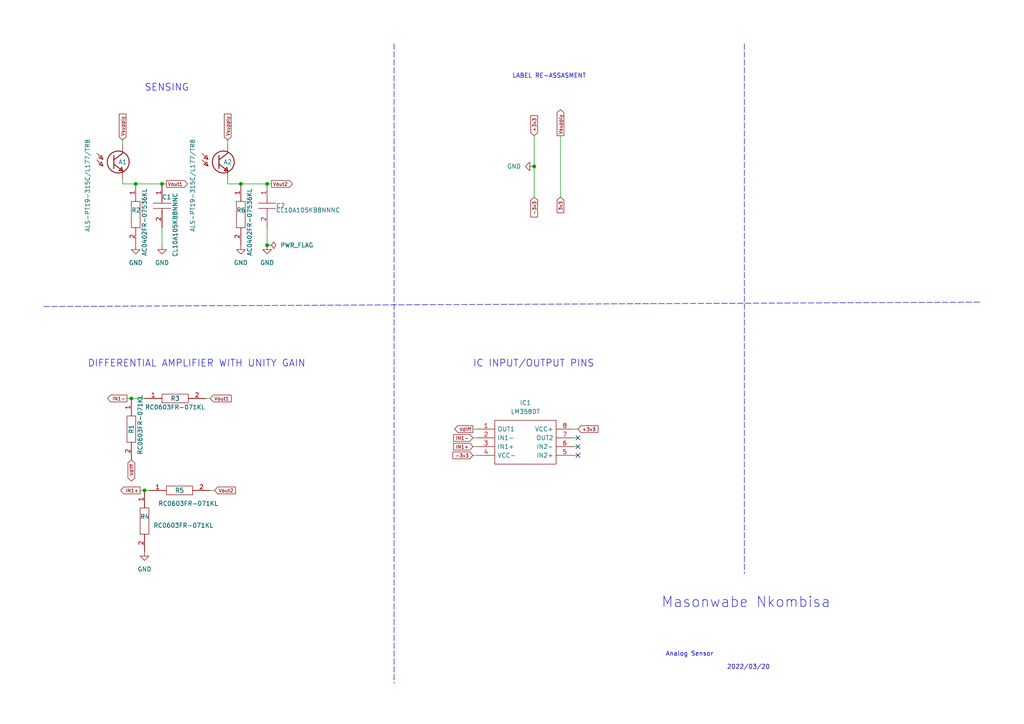
<source format=kicad_sch>
(kicad_sch (version 20211123) (generator eeschema)
  (paper "A4")
  (lib_symbols
    (symbol "ALS-PT19-315C_L177_TR8:ALS-PT19-315C{slash}L177{slash}TR8" (pin_numbers hide) (pin_names (offset 1.016) hide)
      (property "Reference" "A" (at -10.16 5.08 0))
      (property "Value" "ALS-PT19-315C{slash}L177{slash}TR8" (at -10.16 -7.62 0))
      (symbol "ALS-PT19-315C{slash}L177{slash}TR8_0_0"
        (polyline (pts (xy -4.953 0.635) (xy -3.175 -1.143)) (stroke (width 0.1524)))
        (polyline (pts (xy -4.953 2.54) (xy -3.175 0.762)) (stroke (width 0.1524)))
        (polyline (pts (xy -4.318 -0.762) (xy -3.556 0)) (stroke (width 0.1524)))
        (polyline (pts (xy -4.318 1.143) (xy -3.556 1.905)) (stroke (width 0.1524)))
        (polyline (pts (xy -3.556 0) (xy -3.175 -1.143)) (stroke (width 0.1524)))
        (polyline (pts (xy -3.556 1.905) (xy -3.175 0.762)) (stroke (width 0.1524)))
        (polyline (pts (xy -3.175 -1.143) (xy -4.318 -0.762)) (stroke (width 0.1524)))
        (polyline (pts (xy -3.175 0.762) (xy -4.318 1.143)) (stroke (width 0.1524)))
        (polyline (pts (xy 0 -0.635) (xy 0 -1.905)) (stroke (width 0.254)))
        (polyline (pts (xy 0 -0.635) (xy 2.54 -2.54)) (stroke (width 0.254)))
        (polyline (pts (xy 0 0.635) (xy 0 -0.635)) (stroke (width 0.254)))
        (polyline (pts (xy 0 0.635) (xy 2.54 2.54)) (stroke (width 0.254)))
        (polyline (pts (xy 0 1.905) (xy 0 0.635)) (stroke (width 0.254)))
        (polyline (pts (xy 2.286 -2.286) (xy 2.54 -2.54)) (stroke (width 0.1524)))
        (polyline (pts (xy -4.318 -0.762) (xy -3.175 -1.143) (xy -3.556 0) (xy -4.318 -0.762)) (stroke (width 0.1524)) (fill (type background)))
        (polyline (pts (xy -4.318 1.143) (xy -3.175 0.762) (xy -3.556 1.905) (xy -4.318 1.143)) (stroke (width 0.1524)) (fill (type background)))
        (polyline (pts (xy 2.54 -2.54) (xy 2.286 -1.524) (xy 1.524 -2.54) (xy 2.54 -2.54)) (stroke (width 0.254)) (fill (type background)))
        (circle (center 1.27 0) (radius 3.175) (stroke (width 0.254)))
        (pin passive line (at 2.54 5.08 270) (length 2.54) (name "~") (number "1"))
        (pin passive line (at 2.54 -5.08 90) (length 2.54) (name "~") (number "2"))
      )
    )
    (symbol "SamacSys_Parts:AC0402FR-07536KL" (pin_names (offset 0.762))
      (property "Reference" "R" (at 13.97 6.35 0))
      (property "Value" "AC0402FR-07536KL" (at 13.97 3.81 0))
      (symbol "AC0402FR-07536KL_0_0"
        (pin passive line (at 0 0 0) (length 5.08) (name "~") (number "1"))
        (pin passive line (at 17.78 0 180) (length 5.08) (name "~") (number "2"))
      )
      (symbol "AC0402FR-07536KL_0_1"
        (polyline (pts (xy 5.08 1.27) (xy 12.7 1.27) (xy 12.7 -1.27) (xy 5.08 -1.27) (xy 5.08 1.27)) (stroke (width 0.1524)))
      )
    )
    (symbol "SamacSys_Parts:CL10A105KB8NNNC" (pin_names (offset 0.762))
      (property "Reference" "C" (at 8.89 6.35 0))
      (property "Value" "CL10A105KB8NNNC" (at 8.89 3.81 0))
      (symbol "CL10A105KB8NNNC_0_0"
        (pin passive line (at 0 0 0) (length 5.08) (name "~") (number "1"))
        (pin passive line (at 12.7 0 180) (length 5.08) (name "~") (number "2"))
      )
      (symbol "CL10A105KB8NNNC_0_1"
        (polyline (pts (xy 5.08 0) (xy 5.588 0)) (stroke (width 0.1524)))
        (polyline (pts (xy 5.588 2.54) (xy 5.588 -2.54)) (stroke (width 0.1524)))
        (polyline (pts (xy 7.112 0) (xy 7.62 0)) (stroke (width 0.1524)))
        (polyline (pts (xy 7.112 2.54) (xy 7.112 -2.54)) (stroke (width 0.1524)))
      )
    )
    (symbol "SamacSys_Parts:LM358DT" (pin_names (offset 0.762))
      (property "Reference" "IC" (at 24.13 7.62 0))
      (property "Value" "LM358DT" (at 24.13 5.08 0))
      (symbol "LM358DT_0_0"
        (pin passive line (at 0 0 0) (length 5.08) (name "OUT1") (number "1"))
        (pin passive line (at 0 -2.54 0) (length 5.08) (name "IN1-") (number "2"))
        (pin passive line (at 0 -5.08 0) (length 5.08) (name "IN1+") (number "3"))
        (pin passive line (at 0 -7.62 0) (length 5.08) (name "VCC-") (number "4"))
        (pin passive line (at 27.94 -7.62 180) (length 5.08) (name "IN2+") (number "5"))
        (pin passive line (at 27.94 -5.08 180) (length 5.08) (name "IN2-") (number "6"))
        (pin passive line (at 27.94 -2.54 180) (length 5.08) (name "OUT2") (number "7"))
        (pin passive line (at 27.94 0 180) (length 5.08) (name "VCC+") (number "8"))
      )
      (symbol "LM358DT_0_1"
        (polyline (pts (xy 5.08 2.54) (xy 22.86 2.54) (xy 22.86 -10.16) (xy 5.08 -10.16) (xy 5.08 2.54)) (stroke (width 0.1524)))
      )
    )
    (symbol "SamacSys_Parts:RC0603FR-071KL" (pin_names (offset 0.762))
      (property "Reference" "R" (at 13.97 6.35 0))
      (property "Value" "RC0603FR-071KL" (at 13.97 3.81 0))
      (symbol "RC0603FR-071KL_0_0"
        (pin passive line (at 0 0 0) (length 5.08) (name "~") (number "1"))
        (pin passive line (at 17.78 0 180) (length 5.08) (name "~") (number "2"))
      )
      (symbol "RC0603FR-071KL_0_1"
        (polyline (pts (xy 5.08 1.27) (xy 12.7 1.27) (xy 12.7 -1.27) (xy 5.08 -1.27) (xy 5.08 1.27)) (stroke (width 0.1524)))
      )
    )
    (symbol "power:GND" (power) (pin_names (offset 0))
      (property "Value" "GND" (at 0 -3.81 0))
      (symbol "GND_0_1"
        (polyline (pts (xy 0 0) (xy 0 -1.27) (xy 1.27 -1.27) (xy 0 -2.54) (xy -1.27 -1.27) (xy 0 -1.27)))
      )
      (symbol "GND_1_1"
        (pin power_in line (at 0 0 270) (length 0) hide (name "GND") (number "1"))
      )
    )
    (symbol "power:PWR_FLAG" (power) (pin_numbers hide) (pin_names (offset 0) hide)
      (property "Value" "PWR_FLAG" (at 0 3.81 0))
      (symbol "PWR_FLAG_0_0"
        (pin power_out line (at 0 0 90) (length 0) (name "pwr") (number "1"))
      )
      (symbol "PWR_FLAG_0_1"
        (polyline (pts (xy 0 0) (xy 0 1.27) (xy -1.016 1.905) (xy 0 2.54) (xy 1.016 1.905) (xy 0 1.27)))
      )
    )
  )
  (junction (at 69.85 53.34))
  (junction (at 38.1 115.57))
  (junction (at 77.47 71.12))
  (junction (at 41.91 142.24))
  (junction (at 46.99 53.34))
  (junction (at 77.47 53.34))
  (junction (at 39.37 53.34))
  (junction (at 154.94 48.26))
  (no_connect (at 167.64 127))
  (no_connect (at 167.64 129.54))
  (no_connect (at 167.64 132.08))
  (wire (pts (xy 77.47 66.04) (xy 77.47 71.12)))
  (wire (pts (xy 40.64 142.24) (xy 41.91 142.24)))
  (wire (pts (xy 41.91 142.24) (xy 43.18 142.24)))
  (wire (pts (xy 46.99 66.04) (xy 46.99 71.12)))
  (wire (pts (xy 46.99 53.34) (xy 39.37 53.34)))
  (wire (pts (xy 138.43 127) (xy 137.16 127)))
  (wire (pts (xy 137.16 124.46) (xy 138.43 124.46)))
  (wire (pts (xy 48.26 53.34) (xy 46.99 53.34)))
  (wire (pts (xy 138.43 129.54) (xy 137.16 129.54)))
  (wire (pts (xy 166.37 124.46) (xy 167.64 124.46)))
  (wire (pts (xy 162.56 39.37) (xy 162.56 57.15)))
  (wire (pts (xy 77.47 53.34) (xy 69.85 53.34)))
  (wire (pts (xy 78.74 53.34) (xy 77.47 53.34)))
  (wire (pts (xy 66.04 52.07) (xy 66.04 53.34)))
  (wire (pts (xy 38.1 115.57) (xy 36.83 115.57)))
  (wire (pts (xy 39.37 53.34) (xy 35.56 53.34)))
  (wire (pts (xy 66.04 40.64) (xy 66.04 41.91)))
  (polyline (pts (xy 12.7 88.9) (xy 284.48 87.63)))
  (wire (pts (xy 167.64 127) (xy 166.37 127)))
  (wire (pts (xy 35.56 40.64) (xy 35.56 41.91)))
  (wire (pts (xy 69.85 53.34) (xy 66.04 53.34)))
  (wire (pts (xy 166.37 129.54) (xy 167.64 129.54)))
  (wire (pts (xy 154.94 48.26) (xy 154.94 57.15)))
  (wire (pts (xy 35.56 52.07) (xy 35.56 53.34)))
  (wire (pts (xy 137.16 132.08) (xy 138.43 132.08)))
  (wire (pts (xy 59.69 115.57) (xy 60.96 115.57)))
  (polyline (pts (xy 114.3 12.7) (xy 114.3 198.12)))
  (wire (pts (xy 38.1 115.57) (xy 41.91 115.57)))
  (wire (pts (xy 166.37 132.08) (xy 167.64 132.08)))
  (wire (pts (xy 154.94 39.37) (xy 154.94 48.26)))
  (wire (pts (xy 60.96 142.24) (xy 62.23 142.24)))
  (polyline (pts (xy 215.9 12.7) (xy 215.9 166.37)))
  (text "Analog Sensor" (at 193.04 190.5 0) (effects (font (size 1.27 1.27)) (justify left bottom)))
  (text "Masonwabe Nkombisa" (at 191.77 176.53 0) (effects (font (size 3 3)) (justify left bottom)))
  (text "DIFFERENTIAL AMPLIFIER WITH UNITY GAIN" (at 25.4 106.68 0) (effects (font (size 2 2)) (justify left bottom)))
  (text "LABEL RE-ASSASMENT" (at 148.59 22.86 0) (effects (font (size 1.27 1.27)) (justify left bottom)))
  (text "2022/03/20" (at 210.82 194.31 0) (effects (font (size 1.27 1.27)) (justify left bottom)))
  (text "SENSING" (at 41.91 26.67 0) (effects (font (size 2 2)) (justify left bottom)))
  (text "IC INPUT/OUTPUT PINS" (at 137.16 106.68 0) (effects (font (size 2 2)) (justify left bottom)))
  (global_label "Vout1" (shape output) (at 48.26 53.34 0) (effects (font (size 1 1))) (property "Intersheet References" "${INTERSHEET_REFS}" (effects hide)))
  (global_label "Vout2" (shape output) (at 78.74 53.34 0) (effects (font (size 1 1))) (property "Intersheet References" "${INTERSHEET_REFS}" (effects hide)))
  (global_label "IN1+" (shape output) (at 40.64 142.24 180) (effects (font (size 1 1))) (property "Intersheet References" "${INTERSHEET_REFS}" (effects hide)))
  (global_label "IN1-" (shape input) (at 137.16 127 180) (effects (font (size 1 1))) (property "Intersheet References" "${INTERSHEET_REFS}" (effects hide)))
  (global_label "Vdiff" (shape bidirectional) (at 38.1 133.35 270) (effects (font (size 1 1))) (property "Intersheet References" "${INTERSHEET_REFS}" (effects hide)))
  (global_label "+3v3" (shape input) (at 167.64 124.46 0) (effects (font (size 1 1))) (property "Intersheet References" "${INTERSHEET_REFS}" (effects hide)))
  (global_label "-3v3" (shape input) (at 154.94 57.15 270) (effects (font (size 1 1))) (property "Intersheet References" "${INTERSHEET_REFS}" (effects hide)))
  (global_label "+3v3" (shape input) (at 154.94 39.37 90) (effects (font (size 1 1))) (property "Intersheet References" "${INTERSHEET_REFS}" (effects hide)))
  (global_label "IN1+" (shape input) (at 137.16 129.54 180) (effects (font (size 1 1))) (property "Intersheet References" "${INTERSHEET_REFS}" (effects hide)))
  (global_label "Vdiff" (shape output) (at 137.16 124.46 180) (effects (font (size 1 1))) (property "Intersheet References" "${INTERSHEET_REFS}" (effects hide)))
  (global_label "Vout1" (shape input) (at 60.96 115.57 0) (effects (font (size 1 1))) (property "Intersheet References" "${INTERSHEET_REFS}" (effects hide)))
  (global_label "Vsupply" (shape input) (at 66.04 40.64 90) (effects (font (size 1 1))) (property "Intersheet References" "${INTERSHEET_REFS}" (effects hide)))
  (global_label "Vsupply" (shape input) (at 35.56 40.64 90) (effects (font (size 1 1))) (property "Intersheet References" "${INTERSHEET_REFS}" (effects hide)))
  (global_label "IN1-" (shape output) (at 36.83 115.57 180) (effects (font (size 1 1))) (property "Intersheet References" "${INTERSHEET_REFS}" (effects hide)))
  (global_label "-3v3" (shape input) (at 137.16 132.08 180) (effects (font (size 1 1))) (property "Intersheet References" "${INTERSHEET_REFS}" (effects hide)))
  (global_label "Vout2" (shape input) (at 62.23 142.24 0) (effects (font (size 1 1))) (property "Intersheet References" "${INTERSHEET_REFS}" (effects hide)))
  (global_label "3v3" (shape input) (at 162.56 57.15 270) (effects (font (size 1 1))) (property "Intersheet References" "${INTERSHEET_REFS}" (effects hide)))
  (global_label "Vsupply" (shape output) (at 162.56 39.37 90) (effects (font (size 1 1))) (property "Intersheet References" "${INTERSHEET_REFS}" (effects hide)))
  (symbol (lib_id "SamacSys_Parts:LM358DT") (at 138.43 124.46 0) (unit 1)
    (property "Reference" "IC1" (at 152.4 116.84 0))
    (property "Value" "LM358DT" (at 152.4 119.38 0))
    (property "Footprint" "SamacSys_Parts:SOIC127P600X175-8N" (effects hide))
    (property "Datasheet" "http://www.st.com/st-web-ui/static/active/en/resource/technical/document/datasheet/CD00000464.pdf" (effects hide))
    (property "Description" "LM358DT, Dual Operational Amplifier 1.1MHz 5 to 28V, 8-Pin SO" (effects hide))
    (property "Height" "1.75" (effects hide))
    (property "Manufacturer_Name" "STMicroelectronics" (effects hide))
    (property "Manufacturer_Part_Number" "LM358DT" (effects hide))
    (property "Mouser Part Number" "511-LM358DT" (effects hide))
    (property "Mouser Price/Stock" "https://www.mouser.co.uk/ProductDetail/STMicroelectronics/LM358DT?qs=omvQGv%252BAfzDWfqgV6a5v9A%3D%3D" (effects hide))
    (property "Arrow Part Number" "LM358DT" (effects hide))
    (property "Arrow Price/Stock" "https://www.arrow.com/en/products/lm358dt/stmicroelectronics?region=nac" (effects hide))
    (property "LCSC" "C9418" (effects hide))
    (property "Price" "$0.1043" (effects hide))
    (property "MANUFACTURER" "STMicroelectronics" (effects hide))
  )
  (symbol (lib_id "power:GND") (at 69.85 71.12 0) (unit 1)
    (property "Reference" "#PWR04" (effects hide))
    (property "Value" "GND" (at 69.85 76.2 0))
  )
  (symbol (lib_id "power:PWR_FLAG") (at 77.47 71.12 270) (unit 1)
    (property "Reference" "#FLG01" (effects hide))
    (property "Value" "PWR_FLAG" (at 81.28 71.1199 90) (effects (justify left)))
  )
  (symbol (lib_id "SamacSys_Parts:CL10A105KB8NNNC") (at 46.99 53.34 270) (unit 1)
    (property "Reference" "C1" (at 46.99 57.15 90) (effects (justify left)))
    (property "Value" "CL10A105KB8NNNC" (at 50.8 55.88 0) (effects (justify left)))
    (property "Footprint" "SamacSys_Parts:CAPC1608X90N" (effects hide))
    (property "Datasheet" "https://datasheet.datasheetarchive.com/originals/distributors/Datasheets-DGA10/2411562.pdf" (effects hide))
    (property "Description" "CAP, 1uF, 50V, +/-10%, X5R, 0603" (effects hide))
    (property "Height" "0.9" (effects hide))
    (property "Manufacturer_Name" "Samsung Electro-Mechanics" (effects hide))
    (property "Manufacturer_Part_Number" "CL10A105KB8NNNC" (effects hide))
    (property "Mouser Part Number" "187-CL10A105KB8NNNC" (effects hide))
    (property "Mouser Price/Stock" "https://www.mouser.co.uk/ProductDetail/Samsung-Electro-Mechanics/CL10A105KB8NNNC?qs=ktYoCbbtCSJz4pFCLWXd5g%3D%3D" (effects hide))
    (property "Arrow Part Number" "CL10A105KB8NNNC" (effects hide))
    (property "Arrow Price/Stock" "https://www.arrow.com/en/products/cl10a105kb8nnnc/samsung-electro-mechanics?region=europe" (effects hide))
    (property "LCSC" "C15849" (effects hide))
    (property "Price" "$0.0058" (effects hide))
    (property "MANUFACTURER" "Samsung Electro-Mechanics" (effects hide))
  )
  (symbol (lib_id "SamacSys_Parts:RC0603FR-071KL") (at 41.91 115.57 0) (unit 1)
    (property "Reference" "R3" (at 50.8 115.57 0))
    (property "Value" "RC0603FR-071KL" (at 50.8 118.11 0))
    (property "Footprint" "SamacSys_Parts:RESC1608X55N" (effects hide))
    (property "Datasheet" "https://datasheet.datasheetarchive.com/originals/distributors/Datasheets_SAMA/902f9e387b938f871d31120f5fc1d65e.pdf" (effects hide))
    (property "Description" "GENERAL PURPOSE CHIP RESISTORS" (effects hide))
    (property "Height" "0.55" (effects hide))
    (property "Manufacturer_Name" "YAGEO (PHYCOMP)" (effects hide))
    (property "Manufacturer_Part_Number" "RC0603FR-071KL" (effects hide))
    (property "Mouser Part Number" "603-RC0603FR-071KL" (effects hide))
    (property "Mouser Price/Stock" "https://www.mouser.co.uk/ProductDetail/YAGEO/RC0603FR-071KL?qs=VU8sRB4EgwApHsk4rF%2F3zg%3D%3D" (effects hide))
    (property "Arrow Part Number" "RC0603FR-071KL" (effects hide))
    (property "Arrow Price/Stock" "https://www.arrow.com/en/products/rc0603fr-071kl/yageo?region=europe" (effects hide))
    (property "LCSC" "C22548" (effects hide))
    (property "Price" "$0.0012" (effects hide))
    (property "MANUFACTURER" "YAGEO" (effects hide))
  )
  (symbol (lib_id "SamacSys_Parts:AC0402FR-07536KL") (at 39.37 53.34 270) (unit 1)
    (property "Reference" "R2" (at 38.1 60.96 90) (effects (justify left)))
    (property "Value" "AC0402FR-07536KL" (at 41.91 54.61 0) (effects (justify left)))
    (property "Footprint" "RESC1005X37N" (effects hide))
    (property "Datasheet" "https://www.yageo.com/upload/media/product/productsearch/datasheet/rchip/PYu-AC_51_RoHS_L_8.pdf" (effects hide))
    (property "Description" "Thick Film Resistors - SMD 1/16W 536K ohm 1% AEC-Q200" (effects hide))
    (property "Height" "0.37" (effects hide))
    (property "Manufacturer_Name" "YAGEO (PHYCOMP)" (effects hide))
    (property "Manufacturer_Part_Number" "AC0402FR-07536KL" (effects hide))
    (property "Mouser Part Number" "603-AC0402FR-07536KL" (effects hide))
    (property "Mouser Price/Stock" "https://www.mouser.co.uk/ProductDetail/Yageo/AC0402FR-07536KL?qs=ygRr%2Ftkhtes1ZRS%252BGC1nhA%3D%3D" (effects hide))
    (property "LCSC" "C144748" (effects hide))
    (property "Price" "$0.0011" (effects hide))
    (property "MANUFACTURER" "YAGEO" (effects hide))
  )
  (symbol (lib_id "SamacSys_Parts:RC0603FR-071KL") (at 43.18 142.24 0) (unit 1)
    (property "Reference" "R5" (at 52.07 142.24 0))
    (property "Value" "RC0603FR-071KL" (at 54.61 146.05 0))
    (property "Footprint" "SamacSys_Parts:RESC1608X55N" (effects hide))
    (property "Datasheet" "https://datasheet.datasheetarchive.com/originals/distributors/Datasheets_SAMA/902f9e387b938f871d31120f5fc1d65e.pdf" (effects hide))
    (property "Description" "GENERAL PURPOSE CHIP RESISTORS" (effects hide))
    (property "Height" "0.55" (effects hide))
    (property "Manufacturer_Name" "YAGEO (PHYCOMP)" (effects hide))
    (property "Manufacturer_Part_Number" "RC0603FR-071KL" (effects hide))
    (property "Mouser Part Number" "603-RC0603FR-071KL" (effects hide))
    (property "Mouser Price/Stock" "https://www.mouser.co.uk/ProductDetail/YAGEO/RC0603FR-071KL?qs=VU8sRB4EgwApHsk4rF%2F3zg%3D%3D" (effects hide))
    (property "Arrow Part Number" "RC0603FR-071KL" (effects hide))
    (property "Arrow Price/Stock" "https://www.arrow.com/en/products/rc0603fr-071kl/yageo?region=europe" (effects hide))
    (property "LCSC" "C22548" (effects hide))
    (property "Price" "$0.0012" (effects hide))
    (property "MANUFACTURER" "YAGEO" (effects hide))
  )
  (symbol (lib_id "SamacSys_Parts:RC0603FR-071KL") (at 38.1 115.57 270) (unit 1)
    (property "Reference" "R1" (at 38.1 124.46 0))
    (property "Value" "RC0603FR-071KL" (at 40.64 123.19 0))
    (property "Footprint" "SamacSys_Parts:RESC1608X55N" (effects hide))
    (property "Datasheet" "https://datasheet.datasheetarchive.com/originals/distributors/Datasheets_SAMA/902f9e387b938f871d31120f5fc1d65e.pdf" (effects hide))
    (property "Description" "GENERAL PURPOSE CHIP RESISTORS" (effects hide))
    (property "Height" "0.55" (effects hide))
    (property "Manufacturer_Name" "YAGEO (PHYCOMP)" (effects hide))
    (property "Manufacturer_Part_Number" "RC0603FR-071KL" (effects hide))
    (property "Mouser Part Number" "603-RC0603FR-071KL" (effects hide))
    (property "Mouser Price/Stock" "https://www.mouser.co.uk/ProductDetail/YAGEO/RC0603FR-071KL?qs=VU8sRB4EgwApHsk4rF%2F3zg%3D%3D" (effects hide))
    (property "Arrow Part Number" "RC0603FR-071KL" (effects hide))
    (property "Arrow Price/Stock" "https://www.arrow.com/en/products/rc0603fr-071kl/yageo?region=europe" (effects hide))
    (property "LCSC" "C22548" (effects hide))
    (property "Price" "$0.0012" (effects hide))
    (property "MANUFACTURER" "YAGEO" (effects hide))
  )
  (symbol (lib_id "power:GND") (at 39.37 71.12 0) (unit 1)
    (property "Reference" "#PWR01" (effects hide))
    (property "Value" "GND" (at 39.37 76.2 0))
  )
  (symbol (lib_id "ALS-PT19-315C_L177_TR8:ALS-PT19-315C{slash}L177{slash}TR8") (at 63.5 46.99 0) (unit 1)
    (property "Reference" "A2" (at 64.77 46.99 0) (effects (justify left)))
    (property "Value" "ALS-PT19-315C/L177/TR8" (at 55.88 67.31 90) (effects (justify left)))
    (property "Footprint" "footprints:XDCR_ALS-PT19-315C_L177_TR8" (effects hide))
    (property "Datasheet" "https://datasheet.lcsc.com/lcsc/1806131537_Everlight-Elec-ALS-PT19-315C-L177-TR8_C146233.pdf" (effects hide))
    (property "MANUFACTURER" "Everlight" (effects hide))
    (property "PARTREV" "5" (effects hide))
    (property "MAXIMUM_PACKAGE_HEIGHT" "0.7 mm" (effects hide))
    (property "STANDARD" "Manufacturer Recommendations" (effects hide))
    (property "LCSC" "C146233" (effects hide))
    (property "Price" "$0.1407" (effects hide))
  )
  (symbol (lib_id "ALS-PT19-315C_L177_TR8:ALS-PT19-315C{slash}L177{slash}TR8") (at 33.02 46.99 0) (unit 1)
    (property "Reference" "A1" (at 34.29 46.99 0) (effects (justify left)))
    (property "Value" "ALS-PT19-315C/L177/TR8" (at 25.4 67.31 90) (effects (justify left)))
    (property "Footprint" "footprints:XDCR_ALS-PT19-315C_L177_TR8" (effects hide))
    (property "Datasheet" "https://datasheet.lcsc.com/lcsc/1806131537_Everlight-Elec-ALS-PT19-315C-L177-TR8_C146233.pdf" (effects hide))
    (property "MANUFACTURER" "Everlight" (effects hide))
    (property "PARTREV" "5" (effects hide))
    (property "MAXIMUM_PACKAGE_HEIGHT" "0.7 mm" (effects hide))
    (property "STANDARD" "Manufacturer Recommendations" (effects hide))
    (property "LCSC" "C146233" (effects hide))
    (property "Price" "$0.1407" (effects hide))
  )
  (symbol (lib_id "SamacSys_Parts:CL10A105KB8NNNC") (at 77.47 53.34 270) (unit 1)
    (property "Reference" "C2" (at 80.01 59.69 90) (effects (justify left)))
    (property "Value" "CL10A105KB8NNNC" (at 80.01 60.96 90) (effects (justify left)))
    (property "Footprint" "SamacSys_Parts:CAPC1608X90N" (effects hide))
    (property "Datasheet" "https://datasheet.datasheetarchive.com/originals/distributors/Datasheets-DGA10/2411562.pdf" (effects hide))
    (property "Description" "CAP, 1uF, 50V, +/-10%, X5R, 0603" (effects hide))
    (property "Height" "0.9" (effects hide))
    (property "Manufacturer_Name" "Samsung Electro-Mechanics" (effects hide))
    (property "Manufacturer_Part_Number" "CL10A105KB8NNNC" (effects hide))
    (property "Mouser Part Number" "187-CL10A105KB8NNNC" (effects hide))
    (property "Mouser Price/Stock" "https://www.mouser.co.uk/ProductDetail/Samsung-Electro-Mechanics/CL10A105KB8NNNC?qs=ktYoCbbtCSJz4pFCLWXd5g%3D%3D" (effects hide))
    (property "Arrow Part Number" "CL10A105KB8NNNC" (effects hide))
    (property "Arrow Price/Stock" "https://www.arrow.com/en/products/cl10a105kb8nnnc/samsung-electro-mechanics?region=europe" (effects hide))
    (property "LCSC" "C15849" (effects hide))
    (property "Price" "$0.0058" (effects hide))
    (property "MANUFACTURER" "Samsung Electro-Mechanics" (effects hide))
  )
  (symbol (lib_id "power:GND") (at 77.47 71.12 0) (unit 1)
    (property "Reference" "#PWR05" (effects hide))
    (property "Value" "GND" (at 77.47 76.2 0))
  )
  (symbol (lib_id "power:GND") (at 41.91 160.02 0) (unit 1)
    (property "Reference" "#PWR02" (effects hide))
    (property "Value" "GND" (at 41.91 165.1 0))
  )
  (symbol (lib_id "power:GND") (at 46.99 71.12 0) (unit 1)
    (property "Reference" "#PWR03" (effects hide))
    (property "Value" "GND" (at 46.99 76.2 0))
  )
  (symbol (lib_id "power:GND") (at 154.94 48.26 270) (unit 1)
    (property "Reference" "#PWR07" (effects hide))
    (property "Value" "GND" (at 151.13 48.2599 90) (effects (justify right)))
  )
  (symbol (lib_id "SamacSys_Parts:RC0603FR-071KL") (at 41.91 142.24 270) (unit 1)
    (property "Reference" "R4" (at 40.64 149.86 90) (effects (justify left)))
    (property "Value" "RC0603FR-071KL" (at 44.45 152.3999 90) (effects (justify left)))
    (property "Footprint" "SamacSys_Parts:RESC1608X55N" (effects hide))
    (property "Datasheet" "https://datasheet.datasheetarchive.com/originals/distributors/Datasheets_SAMA/902f9e387b938f871d31120f5fc1d65e.pdf" (effects hide))
    (property "Description" "GENERAL PURPOSE CHIP RESISTORS" (effects hide))
    (property "Height" "0.55" (effects hide))
    (property "Manufacturer_Name" "YAGEO (PHYCOMP)" (effects hide))
    (property "Manufacturer_Part_Number" "RC0603FR-071KL" (effects hide))
    (property "Mouser Part Number" "603-RC0603FR-071KL" (effects hide))
    (property "Mouser Price/Stock" "https://www.mouser.co.uk/ProductDetail/YAGEO/RC0603FR-071KL?qs=VU8sRB4EgwApHsk4rF%2F3zg%3D%3D" (effects hide))
    (property "Arrow Part Number" "RC0603FR-071KL" (effects hide))
    (property "Arrow Price/Stock" "https://www.arrow.com/en/products/rc0603fr-071kl/yageo?region=europe" (effects hide))
    (property "LCSC" "C22548" (effects hide))
    (property "Price" "$0.0012" (effects hide))
    (property "MANUFACTURER" "YAGEO" (effects hide))
  )
  (symbol (lib_id "SamacSys_Parts:AC0402FR-07536KL") (at 69.85 53.34 270) (unit 1)
    (property "Reference" "R6" (at 68.58 60.96 90) (effects (justify left)))
    (property "Value" "AC0402FR-07536KL" (at 72.39 54.61 0) (effects (justify left)))
    (property "Footprint" "RESC1005X37N" (effects hide))
    (property "Datasheet" "https://www.yageo.com/upload/media/product/productsearch/datasheet/rchip/PYu-AC_51_RoHS_L_8.pdf" (effects hide))
    (property "Description" "Thick Film Resistors - SMD 1/16W 536K ohm 1% AEC-Q200" (effects hide))
    (property "Height" "0.37" (effects hide))
    (property "Manufacturer_Name" "YAGEO (PHYCOMP)" (effects hide))
    (property "Manufacturer_Part_Number" "AC0402FR-07536KL" (effects hide))
    (property "Mouser Part Number" "603-AC0402FR-07536KL" (effects hide))
    (property "Mouser Price/Stock" "https://www.mouser.co.uk/ProductDetail/Yageo/AC0402FR-07536KL?qs=ygRr%2Ftkhtes1ZRS%252BGC1nhA%3D%3D" (effects hide))
    (property "LCSC" "C144748" (effects hide))
    (property "Price" "$0.0011" (effects hide))
    (property "MANUFACTURER" "YAGEO" (effects hide))
  )
)
</source>
